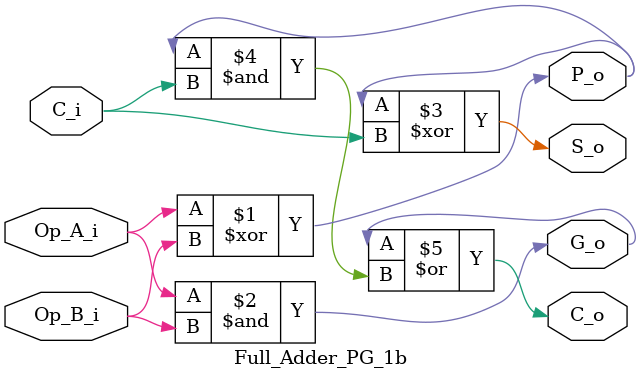
<source format=v>
`timescale 1ns / 1ps


module Full_Adder_PG_1b(
    input wire Op_A_i,
    input wire Op_B_i,
    input wire C_i, //Carry in
    output wire S_o, // Solution out
    output wire C_o, //Carry out
    output wire P_o, //Propagate (for LZA)
    output wire G_o //Generate (For LZA)
    );
    
    assign P_o = Op_A_i ^ Op_B_i;
    assign G_o = Op_A_i & Op_B_i;
    assign S_o = P_o ^ C_i;
    assign C_o = G_o | (P_o & C_i);
    
endmodule

</source>
